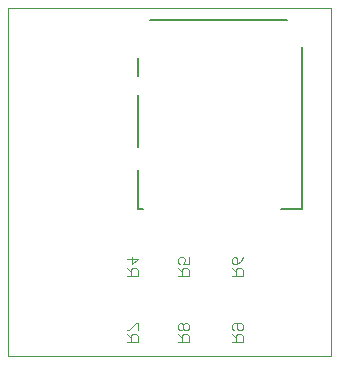
<source format=gbo>
G75*
%MOIN*%
%OFA0B0*%
%FSLAX24Y24*%
%IPPOS*%
%LPD*%
%AMOC8*
5,1,8,0,0,1.08239X$1,22.5*
%
%ADD10C,0.0000*%
%ADD11C,0.0059*%
%ADD12C,0.0030*%
D10*
X000180Y000547D02*
X000180Y012143D01*
X010950Y012143D01*
X010950Y000547D01*
X000180Y000547D01*
D11*
X004521Y005467D02*
X004678Y005467D01*
X004521Y005467D02*
X004521Y006747D01*
X004521Y007534D02*
X004521Y009267D01*
X004521Y009897D02*
X004521Y010487D01*
X004915Y011747D02*
X009482Y011747D01*
X009974Y010842D02*
X009974Y005467D01*
X009285Y005467D01*
D12*
X008009Y003856D02*
X007948Y003732D01*
X007824Y003609D01*
X007824Y003794D01*
X007763Y003856D01*
X007701Y003856D01*
X007639Y003794D01*
X007639Y003670D01*
X007701Y003609D01*
X007824Y003609D01*
X007824Y003487D02*
X007763Y003426D01*
X007763Y003240D01*
X007763Y003364D02*
X007639Y003487D01*
X007639Y003240D02*
X008009Y003240D01*
X008009Y003426D01*
X007948Y003487D01*
X007824Y003487D01*
X007824Y001656D02*
X007824Y001470D01*
X007886Y001409D01*
X007948Y001409D01*
X008009Y001470D01*
X008009Y001594D01*
X007948Y001656D01*
X007701Y001656D01*
X007639Y001594D01*
X007639Y001470D01*
X007701Y001409D01*
X007639Y001287D02*
X007763Y001164D01*
X007763Y001226D02*
X007763Y001040D01*
X007639Y001040D02*
X008009Y001040D01*
X008009Y001226D01*
X007948Y001287D01*
X007824Y001287D01*
X007763Y001226D01*
X006209Y001226D02*
X006209Y001040D01*
X005839Y001040D01*
X005963Y001040D02*
X005963Y001226D01*
X006024Y001287D01*
X006148Y001287D01*
X006209Y001226D01*
X006148Y001409D02*
X006086Y001409D01*
X006024Y001470D01*
X006024Y001594D01*
X005963Y001656D01*
X005901Y001656D01*
X005839Y001594D01*
X005839Y001470D01*
X005901Y001409D01*
X005963Y001409D01*
X006024Y001470D01*
X006024Y001594D02*
X006086Y001656D01*
X006148Y001656D01*
X006209Y001594D01*
X006209Y001470D01*
X006148Y001409D01*
X005963Y001164D02*
X005839Y001287D01*
X004509Y001226D02*
X004509Y001040D01*
X004139Y001040D01*
X004263Y001040D02*
X004263Y001226D01*
X004324Y001287D01*
X004448Y001287D01*
X004509Y001226D01*
X004509Y001409D02*
X004509Y001656D01*
X004448Y001656D01*
X004201Y001409D01*
X004139Y001409D01*
X004139Y001287D02*
X004263Y001164D01*
X004263Y003240D02*
X004263Y003426D01*
X004324Y003487D01*
X004448Y003487D01*
X004509Y003426D01*
X004509Y003240D01*
X004139Y003240D01*
X004263Y003364D02*
X004139Y003487D01*
X004324Y003609D02*
X004324Y003856D01*
X004139Y003794D02*
X004509Y003794D01*
X004324Y003609D01*
X005839Y003670D02*
X005901Y003609D01*
X005839Y003670D02*
X005839Y003794D01*
X005901Y003856D01*
X006024Y003856D01*
X006086Y003794D01*
X006086Y003732D01*
X006024Y003609D01*
X006209Y003609D01*
X006209Y003856D01*
X006148Y003487D02*
X006024Y003487D01*
X005963Y003426D01*
X005963Y003240D01*
X005963Y003364D02*
X005839Y003487D01*
X005839Y003240D02*
X006209Y003240D01*
X006209Y003426D01*
X006148Y003487D01*
M02*

</source>
